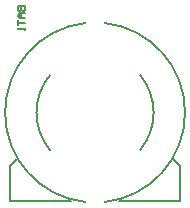
<source format=gbo>
%FSLAX24Y24*%
%MOIN*%
G70*
G01*
G75*
G04 Layer_Color=32896*
%ADD10C,0.0050*%
%ADD11R,0.0500X0.0500*%
%ADD12R,0.0860X0.0921*%
%ADD13R,0.0100X0.0866*%
%ADD14R,0.0866X0.0100*%
%ADD15R,0.0300X0.0300*%
%ADD16R,0.0300X0.0300*%
%ADD17R,0.0374X0.0354*%
%ADD18R,0.0374X0.0354*%
%ADD19R,0.0500X0.0600*%
%ADD20R,0.0591X0.0512*%
%ADD21R,0.0512X0.0591*%
%ADD22R,0.0591X0.1260*%
%ADD23R,0.1260X0.0591*%
%ADD24R,0.0236X0.0866*%
G04:AMPARAMS|DCode=25|XSize=150mil|YSize=65mil|CornerRadius=0mil|HoleSize=0mil|Usage=FLASHONLY|Rotation=0.000|XOffset=0mil|YOffset=0mil|HoleType=Round|Shape=Octagon|*
%AMOCTAGOND25*
4,1,8,0.0750,-0.0163,0.0750,0.0163,0.0588,0.0325,-0.0588,0.0325,-0.0750,0.0163,-0.0750,-0.0163,-0.0588,-0.0325,0.0588,-0.0325,0.0750,-0.0163,0.0*
%
%ADD25OCTAGOND25*%

%ADD26O,0.1500X0.0650*%
%ADD27R,0.1000X0.1000*%
%ADD28R,0.0984X0.0787*%
%ADD29R,0.0906X0.0197*%
%ADD30R,0.0984X0.0787*%
%ADD31C,0.0150*%
%ADD32C,0.0060*%
%ADD33C,0.0200*%
%ADD34C,0.0300*%
%ADD35C,0.0120*%
%ADD36C,0.0400*%
%ADD37C,0.0600*%
%ADD38R,0.0870X0.0290*%
%ADD39R,0.1156X0.0353*%
%ADD40C,0.1181*%
%ADD41C,0.0500*%
%ADD42O,0.0400X0.0500*%
%ADD43C,0.0591*%
%ADD44R,0.0591X0.0591*%
%ADD45R,0.0591X0.0591*%
%ADD46C,0.0620*%
%ADD47C,0.0236*%
%ADD48C,0.0433*%
%ADD49C,0.0240*%
%ADD50O,0.0984X0.2362*%
G04:AMPARAMS|DCode=51|XSize=98.4mil|YSize=236.2mil|CornerRadius=0mil|HoleSize=0mil|Usage=FLASHONLY|Rotation=180.000|XOffset=0mil|YOffset=0mil|HoleType=Round|Shape=Octagon|*
%AMOCTAGOND51*
4,1,8,0.0246,-0.1181,-0.0246,-0.1181,-0.0492,-0.0935,-0.0492,0.0935,-0.0246,0.1181,0.0246,0.1181,0.0492,0.0935,0.0492,-0.0935,0.0246,-0.1181,0.0*
%
%ADD51OCTAGOND51*%

%ADD52R,0.0550X0.0650*%
%ADD53R,0.0520X0.0715*%
%ADD54C,0.0100*%
%ADD55C,0.0080*%
%ADD56C,0.0079*%
%ADD57C,0.0098*%
%ADD58R,0.0100X0.0300*%
%ADD59R,0.0300X0.0100*%
%ADD60R,0.0107X0.0800*%
%ADD61R,0.0800X0.0107*%
%ADD62R,0.0550X0.0550*%
%ADD63R,0.0910X0.0971*%
%ADD64R,0.0150X0.0916*%
%ADD65R,0.0916X0.0150*%
%ADD66R,0.0350X0.0350*%
%ADD67R,0.0350X0.0350*%
%ADD68R,0.0424X0.0404*%
%ADD69R,0.0424X0.0404*%
%ADD70R,0.0550X0.0650*%
%ADD71R,0.0641X0.0562*%
%ADD72R,0.0562X0.0641*%
%ADD73R,0.0641X0.1310*%
%ADD74R,0.1310X0.0641*%
%ADD75R,0.0286X0.0916*%
G04:AMPARAMS|DCode=76|XSize=155mil|YSize=70mil|CornerRadius=0mil|HoleSize=0mil|Usage=FLASHONLY|Rotation=0.000|XOffset=0mil|YOffset=0mil|HoleType=Round|Shape=Octagon|*
%AMOCTAGOND76*
4,1,8,0.0775,-0.0175,0.0775,0.0175,0.0600,0.0350,-0.0600,0.0350,-0.0775,0.0175,-0.0775,-0.0175,-0.0600,-0.0350,0.0600,-0.0350,0.0775,-0.0175,0.0*
%
%ADD76OCTAGOND76*%

%ADD77O,0.1550X0.0700*%
%ADD78R,0.1050X0.1050*%
%ADD79R,0.1034X0.0837*%
%ADD80R,0.0956X0.0247*%
%ADD81R,0.1034X0.0837*%
%ADD82C,0.1231*%
%ADD83C,0.0550*%
%ADD84O,0.0450X0.0550*%
%ADD85C,0.0641*%
%ADD86R,0.0641X0.0641*%
%ADD87R,0.0641X0.0641*%
%ADD88C,0.0670*%
%ADD89C,0.0286*%
%ADD90C,0.0483*%
%ADD91O,0.1034X0.2412*%
G04:AMPARAMS|DCode=92|XSize=103.4mil|YSize=241.2mil|CornerRadius=0mil|HoleSize=0mil|Usage=FLASHONLY|Rotation=180.000|XOffset=0mil|YOffset=0mil|HoleType=Round|Shape=Octagon|*
%AMOCTAGOND92*
4,1,8,0.0259,-0.1206,-0.0259,-0.1206,-0.0517,-0.0948,-0.0517,0.0948,-0.0259,0.1206,0.0259,0.1206,0.0517,0.0948,0.0517,-0.0948,0.0259,-0.1206,0.0*
%
%ADD92OCTAGOND92*%

%ADD93C,0.0070*%
D10*
X20525Y20592D02*
X20765D01*
Y20472D01*
X20725Y20432D01*
X20685D01*
X20645Y20472D01*
Y20592D01*
Y20472D01*
X20605Y20432D01*
X20565D01*
X20525Y20472D01*
Y20592D01*
X20765Y20352D02*
X20605D01*
X20525Y20272D01*
X20605Y20192D01*
X20765D01*
X20645D01*
Y20352D01*
X20525Y20112D02*
Y19952D01*
Y20032D01*
X20765D01*
Y19872D02*
Y19792D01*
Y19832D01*
X20525D01*
X20565Y19872D01*
D93*
X21599Y18289D02*
G03*
X21600Y15790I1501J-1249D01*
G01*
X24602Y15792D02*
G03*
X24601Y18289I-1502J1248D01*
G01*
X23428Y14058D02*
G03*
X26100Y17040I-328J2982D01*
G01*
D02*
G03*
X23428Y20022I-3000J0D01*
G01*
X22772D02*
G03*
X22772Y14058I328J-2982D01*
G01*
X25698Y15504D02*
X25935Y15268D01*
X20265D02*
X20492Y15495D01*
X20265Y14087D02*
Y15268D01*
Y14087D02*
X22313D01*
X25935D02*
Y15268D01*
X23887Y14087D02*
X25935D01*
M02*

</source>
